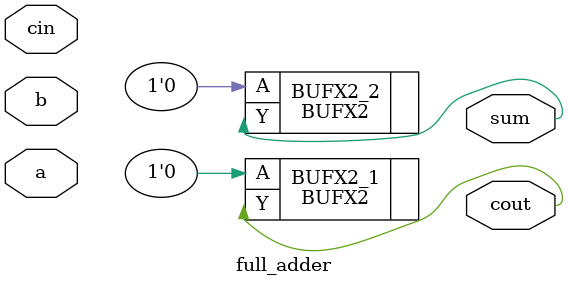
<source format=v>

module full_adder (a, b, cin, sum, cout);

input a;
input b;
input cin;
output sum;
output cout;

BUFX2 BUFX2_1 ( .A(1'b0), .Y(cout) );
BUFX2 BUFX2_2 ( .A(1'b0), .Y(sum) );
endmodule

</source>
